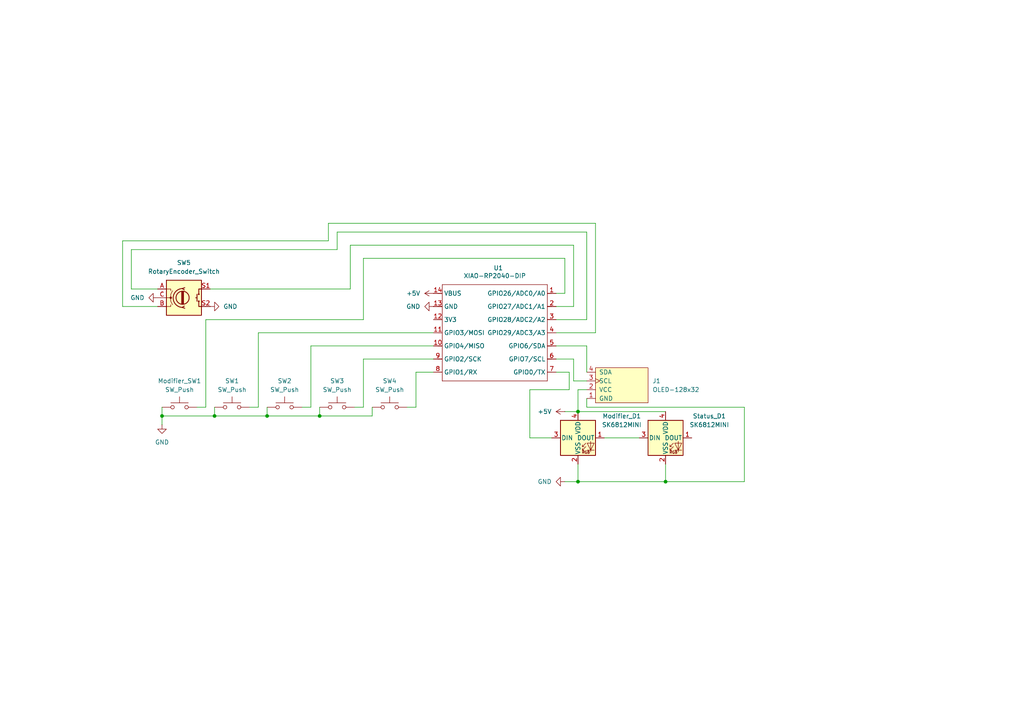
<source format=kicad_sch>
(kicad_sch (version 20231120) (generator "eeschema") (generator_version "8.0")
  (paper "A4")
  (lib_symbols
    (symbol "Device:RotaryEncoder_Switch" (pin_names (offset 0.254) hide)
      (property "Reference" "SW" (at 0 6.604 0))
      (property "Value" "RotaryEncoder_Switch" (at 0 -6.604 0))
      (symbol "RotaryEncoder_Switch_0_1"
        (rectangle (start -5.08 5.08) (end 5.08 -5.08) (stroke (width 0.254)) (fill (type background)))
        (circle (center -3.81 0) (radius 0.254) (fill (type outline)))
        (circle (center -0.381 0) (radius 1.905) (stroke (width 0.254)))
        (arc (start -0.381 2.667) (mid -3.0988 -0.0635) (end -0.381 -2.794) (stroke (width 0.254)))
        (polyline (pts (xy -0.635 -1.778) (xy -0.635 1.778)) (stroke (width 0.254)))
        (polyline (pts (xy -0.381 -1.778) (xy -0.381 1.778)) (stroke (width 0.254)))
        (polyline (pts (xy -0.127 1.778) (xy -0.127 -1.778)) (stroke (width 0.254)))
        (polyline (pts (xy 3.81 0) (xy 3.429 0)) (stroke (width 0.254)))
        (polyline (pts (xy 3.81 1.016) (xy 3.81 -1.016)) (stroke (width 0.254)))
        (polyline (pts (xy -5.08 -2.54) (xy -3.81 -2.54) (xy -3.81 -2.032)))
        (polyline (pts (xy -5.08 2.54) (xy -3.81 2.54) (xy -3.81 2.032)))
        (polyline (pts (xy 0.254 -3.048) (xy -0.508 -2.794) (xy 0.127 -2.413)) (stroke (width 0.254)))
        (polyline (pts (xy 0.254 2.921) (xy -0.508 2.667) (xy 0.127 2.286)) (stroke (width 0.254)))
        (polyline (pts (xy 5.08 -2.54) (xy 4.318 -2.54) (xy 4.318 -1.016)) (stroke (width 0.254)))
        (polyline (pts (xy 5.08 2.54) (xy 4.318 2.54) (xy 4.318 1.016)) (stroke (width 0.254)))
        (polyline (pts (xy -5.08 0) (xy -3.81 0) (xy -3.81 -1.016) (xy -3.302 -2.032)))
        (polyline (pts (xy -4.318 0) (xy -3.81 0) (xy -3.81 1.016) (xy -3.302 2.032)))
        (circle (center 4.318 -1.016) (radius 0.127) (stroke (width 0.254)))
        (circle (center 4.318 1.016) (radius 0.127) (stroke (width 0.254)))
      )
      (symbol "RotaryEncoder_Switch_1_1"
        (pin passive line (at -7.62 2.54 0) (length 2.54) (name "A") (number "A"))
        (pin passive line (at -7.62 -2.54 0) (length 2.54) (name "B") (number "B"))
        (pin passive line (at -7.62 0 0) (length 2.54) (name "C") (number "C"))
        (pin passive line (at 7.62 2.54 180) (length 2.54) (name "S1") (number "S1"))
        (pin passive line (at 7.62 -2.54 180) (length 2.54) (name "S2") (number "S2"))
      )
    )
    (symbol "LED:SK6812MINI" (pin_names (offset 0.254))
      (property "Reference" "D" (at 5.08 5.715 0))
      (property "Value" "SK6812MINI" (at 1.27 -5.715 0))
      (symbol "SK6812MINI_0_0"
        (text "RGB" (at 2.286 -4.191 0) (effects (font (size 0.762 0.762))))
      )
      (symbol "SK6812MINI_0_1"
        (polyline (pts (xy 1.27 -3.556) (xy 1.778 -3.556)))
        (polyline (pts (xy 1.27 -2.54) (xy 1.778 -2.54)))
        (polyline (pts (xy 4.699 -3.556) (xy 2.667 -3.556)))
        (polyline (pts (xy 2.286 -2.54) (xy 1.27 -3.556) (xy 1.27 -3.048)))
        (polyline (pts (xy 2.286 -1.524) (xy 1.27 -2.54) (xy 1.27 -2.032)))
        (polyline (pts (xy 3.683 -1.016) (xy 3.683 -3.556) (xy 3.683 -4.064)))
        (polyline (pts (xy 4.699 -1.524) (xy 2.667 -1.524) (xy 3.683 -3.556) (xy 4.699 -1.524)))
        (rectangle (start 5.08 5.08) (end -5.08 -5.08) (stroke (width 0.254)) (fill (type background)))
      )
      (symbol "SK6812MINI_1_1"
        (pin output line (at 7.62 0 180) (length 2.54) (name "DOUT") (number "1"))
        (pin power_in line (at 0 -7.62 90) (length 2.54) (name "VSS") (number "2"))
        (pin input line (at -7.62 0 0) (length 2.54) (name "DIN") (number "3"))
        (pin power_in line (at 0 7.62 270) (length 2.54) (name "VDD") (number "4"))
      )
    )
    (symbol "PCM_display:OLED-128x32" (pin_names (offset 1.016))
      (property "Reference" "J" (at 0 -6.35 0))
      (property "Value" "OLED-128x32" (at 0 6.35 0))
      (symbol "OLED-128x32_0_1"
        (rectangle (start 0 5.08) (end 15.24 -5.08) (fill (type background)))
      )
      (symbol "OLED-128x32_1_1"
        (pin power_in line (at -2.54 -3.81 0) (length 2.54) (name "GND") (number "1"))
        (pin power_in line (at -2.54 -1.27 0) (length 2.54) (name "VCC") (number "2"))
        (pin input clock (at -2.54 1.27 0) (length 2.54) (name "SCL") (number "3"))
        (pin bidirectional line (at -2.54 3.81 0) (length 2.54) (name "SDA") (number "4"))
      )
    )
    (symbol "Seeed_Studio_XIAO_Series:XIAO-RP2040-DIP"
      (property "Reference" "U" (at 0 0 0))
      (property "Value" "XIAO-RP2040-DIP" (at 5.334 -1.778 0))
      (symbol "XIAO-RP2040-DIP_1_0"
        (polyline (pts (xy -1.27 -30.48) (xy -1.27 -16.51)) (stroke (width 0.1524)))
        (polyline (pts (xy -1.27 -27.94) (xy -2.54 -27.94)) (stroke (width 0.1524)))
        (polyline (pts (xy -1.27 -24.13) (xy -2.54 -24.13)) (stroke (width 0.1524)))
        (polyline (pts (xy -1.27 -20.32) (xy -2.54 -20.32)) (stroke (width 0.1524)))
        (polyline (pts (xy -1.27 -16.51) (xy -2.54 -16.51)) (stroke (width 0.1524)))
        (polyline (pts (xy -1.27 -16.51) (xy -1.27 -12.7)) (stroke (width 0.1524)))
        (polyline (pts (xy -1.27 -12.7) (xy -2.54 -12.7)) (stroke (width 0.1524)))
        (polyline (pts (xy -1.27 -12.7) (xy -1.27 -8.89)) (stroke (width 0.1524)))
        (polyline (pts (xy -1.27 -8.89) (xy -2.54 -8.89)) (stroke (width 0.1524)))
        (polyline (pts (xy -1.27 -8.89) (xy -1.27 -5.08)) (stroke (width 0.1524)))
        (polyline (pts (xy -1.27 -5.08) (xy -2.54 -5.08)) (stroke (width 0.1524)))
        (polyline (pts (xy -1.27 -5.08) (xy -1.27 -2.54)) (stroke (width 0.1524)))
        (polyline (pts (xy -1.27 -2.54) (xy 29.21 -2.54)) (stroke (width 0.1524)))
        (polyline (pts (xy 29.21 -30.48) (xy -1.27 -30.48)) (stroke (width 0.1524)))
        (polyline (pts (xy 29.21 -12.7) (xy 29.21 -30.48)) (stroke (width 0.1524)))
        (polyline (pts (xy 29.21 -8.89) (xy 29.21 -12.7)) (stroke (width 0.1524)))
        (polyline (pts (xy 29.21 -5.08) (xy 29.21 -8.89)) (stroke (width 0.1524)))
        (polyline (pts (xy 29.21 -2.54) (xy 29.21 -5.08)) (stroke (width 0.1524)))
        (polyline (pts (xy 30.48 -27.94) (xy 29.21 -27.94)) (stroke (width 0.1524)))
        (polyline (pts (xy 30.48 -24.13) (xy 29.21 -24.13)) (stroke (width 0.1524)))
        (polyline (pts (xy 30.48 -20.32) (xy 29.21 -20.32)) (stroke (width 0.1524)))
        (polyline (pts (xy 30.48 -16.51) (xy 29.21 -16.51)) (stroke (width 0.1524)))
        (polyline (pts (xy 30.48 -12.7) (xy 29.21 -12.7)) (stroke (width 0.1524)))
        (polyline (pts (xy 30.48 -8.89) (xy 29.21 -8.89)) (stroke (width 0.1524)))
        (polyline (pts (xy 30.48 -5.08) (xy 29.21 -5.08)) (stroke (width 0.1524)))
        (pin passive line (at -3.81 -5.08 0) (length 2.54) (name "GPIO26/ADC0/A0") (number "1"))
        (pin passive line (at 31.75 -20.32 180) (length 2.54) (name "GPIO4/MISO") (number "10"))
        (pin passive line (at 31.75 -16.51 180) (length 2.54) (name "GPIO3/MOSI") (number "11"))
        (pin passive line (at 31.75 -12.7 180) (length 2.54) (name "3V3") (number "12"))
        (pin passive line (at 31.75 -8.89 180) (length 2.54) (name "GND") (number "13"))
        (pin passive line (at 31.75 -5.08 180) (length 2.54) (name "VBUS") (number "14"))
        (pin passive line (at -3.81 -8.89 0) (length 2.54) (name "GPIO27/ADC1/A1") (number "2"))
        (pin passive line (at -3.81 -12.7 0) (length 2.54) (name "GPIO28/ADC2/A2") (number "3"))
        (pin passive line (at -3.81 -16.51 0) (length 2.54) (name "GPIO29/ADC3/A3") (number "4"))
        (pin passive line (at -3.81 -20.32 0) (length 2.54) (name "GPIO6/SDA") (number "5"))
        (pin passive line (at -3.81 -24.13 0) (length 2.54) (name "GPIO7/SCL") (number "6"))
        (pin passive line (at -3.81 -27.94 0) (length 2.54) (name "GPIO0/TX") (number "7"))
        (pin passive line (at 31.75 -27.94 180) (length 2.54) (name "GPIO1/RX") (number "8"))
        (pin passive line (at 31.75 -24.13 180) (length 2.54) (name "GPIO2/SCK") (number "9"))
      )
    )
    (symbol "Switch:SW_Push" (pin_numbers hide) (pin_names (offset 1.016) hide)
      (property "Reference" "SW" (at 1.27 2.54 0))
      (property "Value" "SW_Push" (at 0 -1.524 0))
      (symbol "SW_Push_0_1"
        (circle (center -2.032 0) (radius 0.508))
        (polyline (pts (xy 0 1.27) (xy 0 3.048)))
        (polyline (pts (xy 2.54 1.27) (xy -2.54 1.27)))
        (circle (center 2.032 0) (radius 0.508))
        (pin passive line (at -5.08 0 0) (length 2.54) (name "1") (number "1"))
        (pin passive line (at 5.08 0 180) (length 2.54) (name "2") (number "2"))
      )
    )
    (symbol "power:+5V" (power) (pin_numbers hide) (pin_names (offset 0) hide)
      (property "Value" "+5V" (at 0 3.556 0))
      (symbol "+5V_0_1"
        (polyline (pts (xy -0.762 1.27) (xy 0 2.54)))
        (polyline (pts (xy 0 0) (xy 0 2.54)))
        (polyline (pts (xy 0 2.54) (xy 0.762 1.27)))
      )
      (symbol "+5V_1_1"
        (pin power_in line (at 0 0 90) (length 0) (name "~") (number "1"))
      )
    )
    (symbol "power:GND" (power) (pin_numbers hide) (pin_names (offset 0) hide)
      (property "Value" "GND" (at 0 -3.81 0))
      (symbol "GND_0_1"
        (polyline (pts (xy 0 0) (xy 0 -1.27) (xy 1.27 -1.27) (xy 0 -2.54) (xy -1.27 -1.27) (xy 0 -1.27)))
      )
      (symbol "GND_1_1"
        (pin power_in line (at 0 0 270) (length 0) (name "~") (number "1"))
      )
    )
  )
  (junction (at 77.47 120.65))
  (junction (at 167.64 139.7))
  (junction (at 92.71 120.65))
  (junction (at 46.99 120.65))
  (junction (at 167.64 119.38))
  (junction (at 193.04 139.7))
  (junction (at 62.23 120.65))
  (wire (pts (xy 45.72 88.9) (xy 35.56 88.9)))
  (wire (pts (xy 62.23 120.65) (xy 62.23 118.11)))
  (wire (pts (xy 170.18 118.11) (xy 215.9 118.11)))
  (wire (pts (xy 193.04 139.7) (xy 167.64 139.7)))
  (wire (pts (xy 215.9 139.7) (xy 193.04 139.7)))
  (wire (pts (xy 59.69 118.11) (xy 57.15 118.11)))
  (wire (pts (xy 38.1 83.82) (xy 38.1 72.39)))
  (wire (pts (xy 101.6 83.82) (xy 101.6 71.12)))
  (wire (pts (xy 118.11 118.11) (xy 120.65 118.11)))
  (wire (pts (xy 166.37 71.12) (xy 166.37 88.9)))
  (wire (pts (xy 165.1 113.03) (xy 165.1 107.95)))
  (wire (pts (xy 172.72 96.52) (xy 161.29 96.52)))
  (wire (pts (xy 74.93 118.11) (xy 74.93 96.52)))
  (wire (pts (xy 92.71 120.65) (xy 92.71 118.11)))
  (wire (pts (xy 107.95 120.65) (xy 107.95 118.11)))
  (wire (pts (xy 120.65 107.95) (xy 125.73 107.95)))
  (wire (pts (xy 74.93 96.52) (xy 125.73 96.52)))
  (wire (pts (xy 167.64 119.38) (xy 193.04 119.38)))
  (wire (pts (xy 170.18 100.33) (xy 170.18 107.95)))
  (wire (pts (xy 105.41 92.71) (xy 105.41 74.93)))
  (wire (pts (xy 95.25 64.77) (xy 172.72 64.77)))
  (wire (pts (xy 163.83 139.7) (xy 167.64 139.7)))
  (wire (pts (xy 163.83 119.38) (xy 167.64 119.38)))
  (wire (pts (xy 170.18 67.31) (xy 170.18 92.71)))
  (wire (pts (xy 170.18 92.71) (xy 161.29 92.71)))
  (wire (pts (xy 163.83 85.09) (xy 161.29 85.09)))
  (wire (pts (xy 105.41 74.93) (xy 163.83 74.93)))
  (wire (pts (xy 120.65 118.11) (xy 120.65 107.95)))
  (wire (pts (xy 35.56 88.9) (xy 35.56 69.85)))
  (wire (pts (xy 167.64 134.62) (xy 167.64 139.7)))
  (wire (pts (xy 38.1 72.39) (xy 97.79 72.39)))
  (wire (pts (xy 193.04 139.7) (xy 193.04 134.62)))
  (wire (pts (xy 77.47 120.65) (xy 92.71 120.65)))
  (wire (pts (xy 92.71 120.65) (xy 107.95 120.65)))
  (wire (pts (xy 90.17 100.33) (xy 125.73 100.33)))
  (wire (pts (xy 105.41 104.14) (xy 125.73 104.14)))
  (wire (pts (xy 95.25 69.85) (xy 95.25 64.77)))
  (wire (pts (xy 105.41 118.11) (xy 102.87 118.11)))
  (wire (pts (xy 87.63 118.11) (xy 90.17 118.11)))
  (wire (pts (xy 74.93 118.11) (xy 72.39 118.11)))
  (wire (pts (xy 38.1 83.82) (xy 45.72 83.82)))
  (wire (pts (xy 160.02 127) (xy 153.67 127)))
  (wire (pts (xy 60.96 83.82) (xy 101.6 83.82)))
  (wire (pts (xy 97.79 72.39) (xy 97.79 67.31)))
  (wire (pts (xy 46.99 118.11) (xy 46.99 120.65)))
  (wire (pts (xy 165.1 107.95) (xy 161.29 107.95)))
  (wire (pts (xy 97.79 67.31) (xy 170.18 67.31)))
  (wire (pts (xy 170.18 113.03) (xy 167.64 113.03)))
  (wire (pts (xy 170.18 115.57) (xy 170.18 118.11)))
  (wire (pts (xy 215.9 118.11) (xy 215.9 139.7)))
  (wire (pts (xy 46.99 120.65) (xy 62.23 120.65)))
  (wire (pts (xy 166.37 104.14) (xy 166.37 110.49)))
  (wire (pts (xy 35.56 69.85) (xy 95.25 69.85)))
  (wire (pts (xy 153.67 127) (xy 153.67 113.03)))
  (wire (pts (xy 175.26 127) (xy 185.42 127)))
  (wire (pts (xy 59.69 118.11) (xy 59.69 92.71)))
  (wire (pts (xy 62.23 120.65) (xy 77.47 120.65)))
  (wire (pts (xy 101.6 71.12) (xy 166.37 71.12)))
  (wire (pts (xy 153.67 113.03) (xy 165.1 113.03)))
  (wire (pts (xy 163.83 74.93) (xy 163.83 85.09)))
  (wire (pts (xy 77.47 120.65) (xy 77.47 118.11)))
  (wire (pts (xy 166.37 88.9) (xy 161.29 88.9)))
  (wire (pts (xy 105.41 118.11) (xy 105.41 104.14)))
  (wire (pts (xy 166.37 110.49) (xy 170.18 110.49)))
  (wire (pts (xy 59.69 92.71) (xy 105.41 92.71)))
  (wire (pts (xy 161.29 104.14) (xy 166.37 104.14)))
  (wire (pts (xy 46.99 120.65) (xy 46.99 123.19)))
  (wire (pts (xy 172.72 64.77) (xy 172.72 96.52)))
  (wire (pts (xy 161.29 100.33) (xy 170.18 100.33)))
  (wire (pts (xy 90.17 118.11) (xy 90.17 100.33)))
  (wire (pts (xy 167.64 113.03) (xy 167.64 119.38)))
  (symbol (lib_id "power:GND") (at 46.99 123.19 0) (unit 1)
    (property "Reference" "#PWR1" (effects (hide yes)))
    (property "Value" "GND" (at 46.99 128.27 0))
    (property "Description" "Power symbol creates a global label with name \"GND\" , ground" (effects (hide yes)))
  )
  (symbol (lib_id "power:GND") (at 125.73 88.9 270) (unit 1)
    (property "Reference" "#PWR3" (effects (hide yes)))
    (property "Value" "GND" (at 121.92 88.8999 90) (effects (justify right)))
    (property "Description" "Power symbol creates a global label with name \"GND\" , ground" (effects (hide yes)))
  )
  (symbol (lib_id "Switch:SW_Push") (at 82.55 118.11 0) (unit 1)
    (property "Reference" "SW2" (at 82.55 110.49 0))
    (property "Value" "SW_Push" (at 82.55 113.03 0))
    (property "Footprint" "Button_Switch_Keyboard:SW_Cherry_MX_1.00u_PCB" (effects (hide yes)))
    (property "Description" "Push button switch, generic, two pins" (effects (hide yes)))
  )
  (symbol (lib_id "Switch:SW_Push") (at 113.03 118.11 0) (unit 1)
    (property "Reference" "SW4" (at 113.03 110.49 0))
    (property "Value" "SW_Push" (at 113.03 113.03 0))
    (property "Footprint" "Button_Switch_Keyboard:SW_Cherry_MX_1.00u_PCB" (effects (hide yes)))
    (property "Description" "Push button switch, generic, two pins" (effects (hide yes)))
  )
  (symbol (lib_id "Switch:SW_Push") (at 97.79 118.11 0) (unit 1)
    (property "Reference" "SW3" (at 97.79 110.49 0))
    (property "Value" "SW_Push" (at 97.79 113.03 0))
    (property "Footprint" "Button_Switch_Keyboard:SW_Cherry_MX_1.00u_PCB" (effects (hide yes)))
    (property "Description" "Push button switch, generic, two pins" (effects (hide yes)))
  )
  (symbol (lib_id "power:GND") (at 45.72 86.36 270) (unit 1)
    (property "Reference" "#PWR6" (effects (hide yes)))
    (property "Value" "GND" (at 41.91 86.3599 90) (effects (justify right)))
    (property "Description" "Power symbol creates a global label with name \"GND\" , ground" (effects (hide yes)))
  )
  (symbol (lib_id "LED:SK6812MINI") (at 193.04 127 0) (unit 1)
    (property "Reference" "Status_D1" (at 205.74 120.6814 0))
    (property "Value" "SK6812MINI" (at 205.74 123.2214 0))
    (property "Footprint" "LED_SMD:LED_SK6812MINI_PLCC4_3.5x3.5mm_P1.75mm" (effects (hide yes)))
    (property "Datasheet" "https://cdn-shop.adafruit.com/product-files/2686/SK6812MINI_REV.01-1-2.pdf" (effects (hide yes)))
    (property "Description" "RGB LED with integrated controller" (effects (hide yes)))
  )
  (symbol (lib_id "Switch:SW_Push") (at 52.07 118.11 0) (unit 1)
    (property "Reference" "Modifier_SW1" (at 52.07 110.49 0))
    (property "Value" "SW_Push" (at 52.07 113.03 0))
    (property "Footprint" "Button_Switch_Keyboard:SW_Cherry_MX_1.00u_PCB" (effects (hide yes)))
    (property "Description" "Push button switch, generic, two pins" (effects (hide yes)))
  )
  (symbol (lib_id "Device:RotaryEncoder_Switch") (at 53.34 86.36 0) (unit 1)
    (property "Reference" "SW5" (at 53.34 76.2 0))
    (property "Value" "RotaryEncoder_Switch" (at 53.34 78.74 0))
    (property "Footprint" "Rotary_Encoder:RotaryEncoder_Alps_EC11E-Switch_Vertical_H20mm_CircularMountingHoles" (effects (hide yes)))
    (property "Description" "Rotary encoder, dual channel, incremental quadrate outputs, with switch" (effects (hide yes)))
  )
  (symbol (lib_id "PCM_display:OLED-128x32") (at 172.72 111.76 0) (unit 1)
    (property "Reference" "J1" (at 189.23 110.4899 0) (effects (justify left)))
    (property "Value" "OLED-128x32" (at 189.23 113.0299 0) (effects (justify left)))
    (property "Footprint" "PCM_display:OLED-128x32" (effects (hide yes)))
  )
  (symbol (lib_id "power:+5V") (at 125.73 85.09 90) (unit 1)
    (property "Reference" "#PWR5" (effects (hide yes)))
    (property "Value" "+5V" (at 121.92 85.0899 90) (effects (justify left)))
    (property "Description" "Power symbol creates a global label with name \"+5V\"" (effects (hide yes)))
  )
  (symbol (lib_id "Switch:SW_Push") (at 67.31 118.11 0) (unit 1)
    (property "Reference" "SW1" (at 67.31 110.49 0))
    (property "Value" "SW_Push" (at 67.31 113.03 0))
    (property "Footprint" "Button_Switch_Keyboard:SW_Cherry_MX_1.00u_PCB" (effects (hide yes)))
    (property "Description" "Push button switch, generic, two pins" (effects (hide yes)))
  )
  (symbol (lib_id "LED:SK6812MINI") (at 167.64 127 0) (unit 1)
    (property "Reference" "Modifier_D1" (at 180.34 120.6814 0))
    (property "Value" "SK6812MINI" (at 180.34 123.2214 0))
    (property "Footprint" "LED_SMD:LED_SK6812MINI_PLCC4_3.5x3.5mm_P1.75mm" (effects (hide yes)))
    (property "Datasheet" "https://cdn-shop.adafruit.com/product-files/2686/SK6812MINI_REV.01-1-2.pdf" (effects (hide yes)))
    (property "Description" "RGB LED with integrated controller" (effects (hide yes)))
  )
  (symbol (lib_id "Seeed_Studio_XIAO_Series:XIAO-RP2040-DIP") (at 157.48 80.01 0) (mirror y) (unit 1)
    (property "Reference" "U1" (at 144.526 77.724 0))
    (property "Value" "XIAO-RP2040-DIP" (at 143.51 80.01 0))
    (property "Footprint" "Seeed Studio XIAO Series Library:XIAO-RP2040-DIP" (effects (hide yes)))
  )
  (symbol (lib_id "power:GND") (at 60.96 88.9 90) (unit 1)
    (property "Reference" "#PWR7" (effects (hide yes)))
    (property "Value" "GND" (at 64.77 88.8999 90) (effects (justify right)))
    (property "Description" "Power symbol creates a global label with name \"GND\" , ground" (effects (hide yes)))
  )
  (symbol (lib_id "power:+5V") (at 163.83 119.38 90) (unit 1)
    (property "Reference" "#PWR4" (effects (hide yes)))
    (property "Value" "+5V" (at 160.02 119.3799 90) (effects (justify left)))
    (property "Description" "Power symbol creates a global label with name \"+5V\"" (effects (hide yes)))
  )
  (symbol (lib_id "power:GND") (at 163.83 139.7 270) (unit 1)
    (property "Reference" "#PWR8" (effects (hide yes)))
    (property "Value" "GND" (at 160.02 139.6999 90) (effects (justify right)))
    (property "Description" "Power symbol creates a global label with name \"GND\" , ground" (effects (hide yes)))
  )
)
</source>
